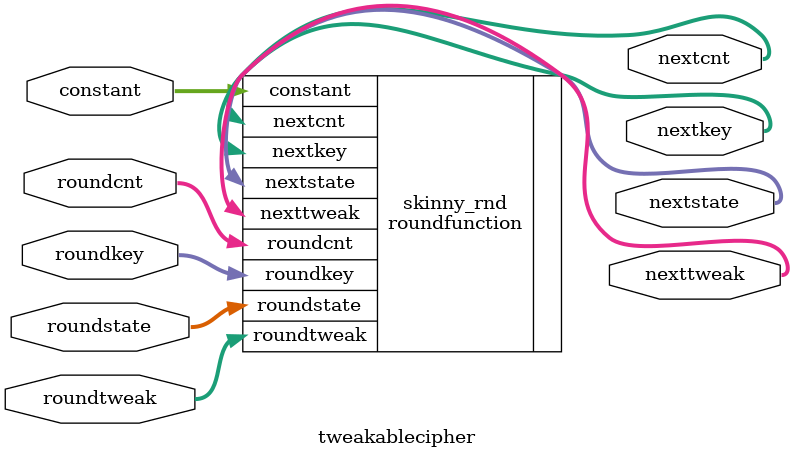
<source format=v>
module tweakablecipher (/*AUTOARG*/
   // Outputs
   nextcnt, nextkey, nexttweak, nextstate,
   // Inputs
   roundkey, roundtweak, roundstate, roundcnt, constant
   ) ;
   parameter numrnd = 2;
   parameter fullcnt = 1;

   output [63+64*fullcnt:0] nextcnt;
   output [127:0]           nextkey, nexttweak, nextstate;
   input [127:0]            roundkey, roundtweak, roundstate;
   input [63+64*fullcnt:0]  roundcnt;
   input [5+6*(numrnd-1):0] constant;

   roundfunction #(.fullcnt(fullcnt), .numrnd(numrnd)) skinny_rnd (.nextcnt(nextcnt),
                                                                     .nextkey(nextkey),
                                                                     .nexttweak(nexttweak),
                                                                     .nextstate(nextstate),
                                                                     .roundkey(roundkey),
                                                                     .roundtweak(roundtweak),
                                                                     .roundcnt(roundcnt),
                                                                     .roundstate(roundstate),
                                                                     .constant(constant)
                                                                     );
endmodule // tweakablecipher

</source>
